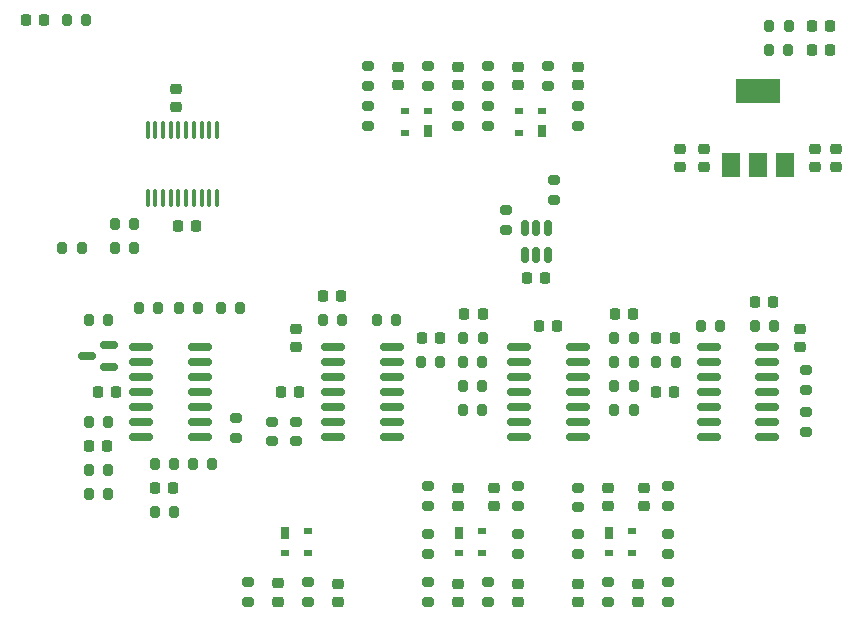
<source format=gbr>
%TF.GenerationSoftware,KiCad,Pcbnew,(6.99.0-4793-g33d76f63b0-dirty)*%
%TF.CreationDate,2022-12-11T21:20:13+01:00*%
%TF.ProjectId,resolver-to-sincos,7265736f-6c76-4657-922d-746f2d73696e,rev?*%
%TF.SameCoordinates,Original*%
%TF.FileFunction,Paste,Top*%
%TF.FilePolarity,Positive*%
%FSLAX46Y46*%
G04 Gerber Fmt 4.6, Leading zero omitted, Abs format (unit mm)*
G04 Created by KiCad (PCBNEW (6.99.0-4793-g33d76f63b0-dirty)) date 2022-12-11 21:20:13*
%MOMM*%
%LPD*%
G01*
G04 APERTURE LIST*
G04 Aperture macros list*
%AMRoundRect*
0 Rectangle with rounded corners*
0 $1 Rounding radius*
0 $2 $3 $4 $5 $6 $7 $8 $9 X,Y pos of 4 corners*
0 Add a 4 corners polygon primitive as box body*
4,1,4,$2,$3,$4,$5,$6,$7,$8,$9,$2,$3,0*
0 Add four circle primitives for the rounded corners*
1,1,$1+$1,$2,$3*
1,1,$1+$1,$4,$5*
1,1,$1+$1,$6,$7*
1,1,$1+$1,$8,$9*
0 Add four rect primitives between the rounded corners*
20,1,$1+$1,$2,$3,$4,$5,0*
20,1,$1+$1,$4,$5,$6,$7,0*
20,1,$1+$1,$6,$7,$8,$9,0*
20,1,$1+$1,$8,$9,$2,$3,0*%
G04 Aperture macros list end*
%ADD10RoundRect,0.200000X-0.275000X0.200000X-0.275000X-0.200000X0.275000X-0.200000X0.275000X0.200000X0*%
%ADD11RoundRect,0.200000X0.275000X-0.200000X0.275000X0.200000X-0.275000X0.200000X-0.275000X-0.200000X0*%
%ADD12RoundRect,0.150000X-0.150000X0.512500X-0.150000X-0.512500X0.150000X-0.512500X0.150000X0.512500X0*%
%ADD13RoundRect,0.225000X0.225000X0.250000X-0.225000X0.250000X-0.225000X-0.250000X0.225000X-0.250000X0*%
%ADD14RoundRect,0.200000X-0.200000X-0.275000X0.200000X-0.275000X0.200000X0.275000X-0.200000X0.275000X0*%
%ADD15RoundRect,0.200000X0.200000X0.275000X-0.200000X0.275000X-0.200000X-0.275000X0.200000X-0.275000X0*%
%ADD16RoundRect,0.218750X-0.218750X-0.256250X0.218750X-0.256250X0.218750X0.256250X-0.218750X0.256250X0*%
%ADD17R,1.500000X2.000000*%
%ADD18R,3.800000X2.000000*%
%ADD19RoundRect,0.100000X0.100000X-0.637500X0.100000X0.637500X-0.100000X0.637500X-0.100000X-0.637500X0*%
%ADD20RoundRect,0.218750X0.218750X0.256250X-0.218750X0.256250X-0.218750X-0.256250X0.218750X-0.256250X0*%
%ADD21RoundRect,0.225000X0.250000X-0.225000X0.250000X0.225000X-0.250000X0.225000X-0.250000X-0.225000X0*%
%ADD22RoundRect,0.225000X-0.225000X-0.250000X0.225000X-0.250000X0.225000X0.250000X-0.225000X0.250000X0*%
%ADD23RoundRect,0.150000X-0.825000X-0.150000X0.825000X-0.150000X0.825000X0.150000X-0.825000X0.150000X0*%
%ADD24RoundRect,0.150000X0.587500X0.150000X-0.587500X0.150000X-0.587500X-0.150000X0.587500X-0.150000X0*%
%ADD25R,0.700000X1.000000*%
%ADD26R,0.700000X0.600000*%
%ADD27RoundRect,0.225000X-0.250000X0.225000X-0.250000X-0.225000X0.250000X-0.225000X0.250000X0.225000X0*%
G04 APERTURE END LIST*
D10*
%TO.C,R65*%
X147828000Y-124334000D03*
X147828000Y-125984000D03*
%TD*%
D11*
%TO.C,R64*%
X143764000Y-128524000D03*
X143764000Y-126874000D03*
%TD*%
D12*
%TO.C,U6*%
X147254000Y-128402500D03*
X146304000Y-128402500D03*
X145354000Y-128402500D03*
X145354000Y-130677500D03*
X146304000Y-130677500D03*
X147254000Y-130677500D03*
%TD*%
D13*
%TO.C,C35*%
X147079000Y-132588000D03*
X145529000Y-132588000D03*
%TD*%
D14*
%TO.C,R63*%
X112650000Y-135128000D03*
X114300000Y-135128000D03*
%TD*%
%TO.C,R62*%
X116015000Y-135128000D03*
X117665000Y-135128000D03*
%TD*%
%TO.C,R61*%
X119571000Y-135128000D03*
X121221000Y-135128000D03*
%TD*%
D15*
%TO.C,R60*%
X108204000Y-110744000D03*
X106554000Y-110744000D03*
%TD*%
D16*
%TO.C,D9*%
X103073000Y-110744000D03*
X104648000Y-110744000D03*
%TD*%
D14*
%TO.C,R59*%
X108395000Y-150876000D03*
X110045000Y-150876000D03*
%TD*%
D15*
%TO.C,R58*%
X107822000Y-130048000D03*
X106172000Y-130048000D03*
%TD*%
D14*
%TO.C,R57*%
X110618000Y-130048000D03*
X112268000Y-130048000D03*
%TD*%
%TO.C,R56*%
X110618000Y-128016000D03*
X112268000Y-128016000D03*
%TD*%
D17*
%TO.C,U8*%
X162799999Y-123037999D03*
D18*
X165099999Y-116737999D03*
D17*
X165099999Y-123037999D03*
X167399999Y-123037999D03*
%TD*%
D19*
%TO.C,U7*%
X113407000Y-125798500D03*
X114057000Y-125798500D03*
X114707000Y-125798500D03*
X115357000Y-125798500D03*
X116007000Y-125798500D03*
X116657000Y-125798500D03*
X117307000Y-125798500D03*
X117957000Y-125798500D03*
X118607000Y-125798500D03*
X119257000Y-125798500D03*
X119257000Y-120073500D03*
X118607000Y-120073500D03*
X117957000Y-120073500D03*
X117307000Y-120073500D03*
X116657000Y-120073500D03*
X116007000Y-120073500D03*
X115357000Y-120073500D03*
X114707000Y-120073500D03*
X114057000Y-120073500D03*
X113407000Y-120073500D03*
%TD*%
D14*
%TO.C,R55*%
X165990000Y-113284000D03*
X167640000Y-113284000D03*
%TD*%
D20*
%TO.C,D8*%
X171196000Y-113284000D03*
X169621000Y-113284000D03*
%TD*%
D21*
%TO.C,C34*%
X158496000Y-123203000D03*
X158496000Y-121653000D03*
%TD*%
%TO.C,C33*%
X160528000Y-123203000D03*
X160528000Y-121653000D03*
%TD*%
%TO.C,C32*%
X171704000Y-123203000D03*
X171704000Y-121653000D03*
%TD*%
%TO.C,C31*%
X169939000Y-123203000D03*
X169939000Y-121653000D03*
%TD*%
D13*
%TO.C,C30*%
X117488000Y-128156000D03*
X115938000Y-128156000D03*
%TD*%
D21*
%TO.C,C29*%
X115824000Y-118123000D03*
X115824000Y-116573000D03*
%TD*%
D22*
%TO.C,C11*%
X156464000Y-137668000D03*
X158014000Y-137668000D03*
%TD*%
D23*
%TO.C,U5*%
X112841000Y-138430000D03*
X112841000Y-139700000D03*
X112841000Y-140970000D03*
X112841000Y-142240000D03*
X112841000Y-143510000D03*
X112841000Y-144780000D03*
X112841000Y-146050000D03*
X117791000Y-146050000D03*
X117791000Y-144780000D03*
X117791000Y-143510000D03*
X117791000Y-142240000D03*
X117791000Y-140970000D03*
X117791000Y-139700000D03*
X117791000Y-138430000D03*
%TD*%
%TO.C,U4*%
X129097000Y-138430000D03*
X129097000Y-139700000D03*
X129097000Y-140970000D03*
X129097000Y-142240000D03*
X129097000Y-143510000D03*
X129097000Y-144780000D03*
X129097000Y-146050000D03*
X134047000Y-146050000D03*
X134047000Y-144780000D03*
X134047000Y-143510000D03*
X134047000Y-142240000D03*
X134047000Y-140970000D03*
X134047000Y-139700000D03*
X134047000Y-138430000D03*
%TD*%
%TO.C,U2*%
X160910000Y-138430000D03*
X160910000Y-139700000D03*
X160910000Y-140970000D03*
X160910000Y-142240000D03*
X160910000Y-143510000D03*
X160910000Y-144780000D03*
X160910000Y-146050000D03*
X165860000Y-146050000D03*
X165860000Y-144780000D03*
X165860000Y-143510000D03*
X165860000Y-142240000D03*
X165860000Y-140970000D03*
X165860000Y-139700000D03*
X165860000Y-138430000D03*
%TD*%
%TO.C,U3*%
X144845000Y-138430000D03*
X144845000Y-139700000D03*
X144845000Y-140970000D03*
X144845000Y-142240000D03*
X144845000Y-143510000D03*
X144845000Y-144780000D03*
X144845000Y-146050000D03*
X149795000Y-146050000D03*
X149795000Y-144780000D03*
X149795000Y-143510000D03*
X149795000Y-142240000D03*
X149795000Y-140970000D03*
X149795000Y-139700000D03*
X149795000Y-138430000D03*
%TD*%
D24*
%TO.C,U1*%
X110157500Y-140142000D03*
X110157500Y-138242000D03*
X108282500Y-139192000D03*
%TD*%
D14*
%TO.C,R54*%
X108395000Y-148844000D03*
X110045000Y-148844000D03*
%TD*%
%TO.C,R53*%
X113983000Y-148306000D03*
X115633000Y-148306000D03*
%TD*%
%TO.C,R52*%
X117222000Y-148336000D03*
X118872000Y-148336000D03*
%TD*%
D15*
%TO.C,R51*%
X115633000Y-152400000D03*
X113983000Y-152400000D03*
%TD*%
D14*
%TO.C,R50*%
X108395000Y-144780000D03*
X110045000Y-144780000D03*
%TD*%
D10*
%TO.C,R49*%
X120904000Y-144463000D03*
X120904000Y-146113000D03*
%TD*%
%TO.C,R48*%
X125984000Y-144780000D03*
X125984000Y-146430000D03*
%TD*%
%TO.C,R47*%
X123952000Y-144780000D03*
X123952000Y-146430000D03*
%TD*%
D15*
%TO.C,R46*%
X128207000Y-136144000D03*
X129857000Y-136144000D03*
%TD*%
%TO.C,R45*%
X134429000Y-136144000D03*
X132779000Y-136144000D03*
%TD*%
%TO.C,R44*%
X138176000Y-139700000D03*
X136526000Y-139700000D03*
%TD*%
D14*
%TO.C,R43*%
X140108000Y-137668000D03*
X141758000Y-137668000D03*
%TD*%
D15*
%TO.C,R42*%
X141732000Y-141732000D03*
X140082000Y-141732000D03*
%TD*%
%TO.C,R41*%
X141732000Y-139700000D03*
X140082000Y-139700000D03*
%TD*%
D14*
%TO.C,R40*%
X140082000Y-143764000D03*
X141732000Y-143764000D03*
%TD*%
D11*
%TO.C,R39*%
X144780000Y-151892000D03*
X144780000Y-150242000D03*
%TD*%
D10*
%TO.C,R38*%
X137160000Y-150242000D03*
X137160000Y-151892000D03*
%TD*%
D11*
%TO.C,R37*%
X137160000Y-155956000D03*
X137160000Y-154306000D03*
%TD*%
%TO.C,R36*%
X144780000Y-155956000D03*
X144780000Y-154306000D03*
%TD*%
D10*
%TO.C,R35*%
X169164000Y-143955000D03*
X169164000Y-145605000D03*
%TD*%
%TO.C,R34*%
X169164000Y-140399000D03*
X169164000Y-142049000D03*
%TD*%
D14*
%TO.C,R33*%
X164783000Y-136652000D03*
X166433000Y-136652000D03*
%TD*%
%TO.C,R32*%
X160211000Y-136652000D03*
X161861000Y-136652000D03*
%TD*%
D15*
%TO.C,R31*%
X154558000Y-143764000D03*
X152908000Y-143764000D03*
%TD*%
D14*
%TO.C,R30*%
X156464000Y-139700000D03*
X158114000Y-139700000D03*
%TD*%
D15*
%TO.C,R29*%
X154558000Y-137668000D03*
X152908000Y-137668000D03*
%TD*%
D14*
%TO.C,R28*%
X152908000Y-141732000D03*
X154558000Y-141732000D03*
%TD*%
%TO.C,R27*%
X152908000Y-139700000D03*
X154558000Y-139700000D03*
%TD*%
D10*
%TO.C,R26*%
X149860000Y-150368000D03*
X149860000Y-152018000D03*
%TD*%
D11*
%TO.C,R25*%
X157480000Y-151892000D03*
X157480000Y-150242000D03*
%TD*%
%TO.C,R24*%
X157480000Y-155956000D03*
X157480000Y-154306000D03*
%TD*%
%TO.C,R23*%
X149860000Y-155956000D03*
X149860000Y-154306000D03*
%TD*%
%TO.C,R22*%
X132080000Y-119697000D03*
X132080000Y-118047000D03*
%TD*%
%TO.C,R21*%
X139700000Y-119697000D03*
X139700000Y-118047000D03*
%TD*%
%TO.C,R20*%
X142240000Y-119697000D03*
X142240000Y-118047000D03*
%TD*%
%TO.C,R19*%
X149860000Y-119697000D03*
X149860000Y-118047000D03*
%TD*%
%TO.C,R18*%
X132080000Y-116332000D03*
X132080000Y-114682000D03*
%TD*%
%TO.C,R17*%
X137160000Y-116332000D03*
X137160000Y-114682000D03*
%TD*%
%TO.C,R16*%
X142240000Y-116332000D03*
X142240000Y-114682000D03*
%TD*%
%TO.C,R15*%
X147320000Y-116332000D03*
X147320000Y-114682000D03*
%TD*%
D14*
%TO.C,R14*%
X166027500Y-111252000D03*
X167677500Y-111252000D03*
%TD*%
D11*
%TO.C,R7*%
X127000000Y-160020000D03*
X127000000Y-158370000D03*
%TD*%
%TO.C,R6*%
X121920000Y-160020000D03*
X121920000Y-158370000D03*
%TD*%
%TO.C,R5*%
X157480000Y-160020000D03*
X157480000Y-158370000D03*
%TD*%
%TO.C,R4*%
X152400000Y-160020000D03*
X152400000Y-158370000D03*
%TD*%
%TO.C,R3*%
X142240000Y-160020000D03*
X142240000Y-158370000D03*
%TD*%
%TO.C,R2*%
X137160000Y-160020000D03*
X137160000Y-158370000D03*
%TD*%
D14*
%TO.C,R1*%
X108395000Y-136144000D03*
X110045000Y-136144000D03*
%TD*%
D20*
%TO.C,D7*%
X169621000Y-111252000D03*
X171196000Y-111252000D03*
%TD*%
D25*
%TO.C,D5*%
X146795999Y-120129999D03*
D26*
X146795999Y-118429999D03*
X144795999Y-118429999D03*
X144795999Y-120329999D03*
%TD*%
D25*
%TO.C,D4*%
X137143999Y-120129999D03*
D26*
X137143999Y-118429999D03*
X135143999Y-118429999D03*
X135143999Y-120329999D03*
%TD*%
D25*
%TO.C,D3*%
X152415999Y-154189999D03*
D26*
X152415999Y-155889999D03*
X154415999Y-155889999D03*
X154415999Y-153989999D03*
%TD*%
D25*
%TO.C,D2*%
X139715999Y-154189999D03*
D26*
X139715999Y-155889999D03*
X141715999Y-155889999D03*
X141715999Y-153989999D03*
%TD*%
D25*
%TO.C,D1*%
X124983999Y-154189999D03*
D26*
X124983999Y-155889999D03*
X126983999Y-155889999D03*
X126983999Y-153989999D03*
%TD*%
D22*
%TO.C,C28*%
X114033000Y-150368000D03*
X115583000Y-150368000D03*
%TD*%
%TO.C,C27*%
X108445000Y-146812000D03*
X109995000Y-146812000D03*
%TD*%
D13*
%TO.C,C26*%
X110744000Y-142240000D03*
X109194000Y-142240000D03*
%TD*%
%TO.C,C25*%
X126251000Y-142240000D03*
X124701000Y-142240000D03*
%TD*%
%TO.C,C24*%
X157988000Y-142240000D03*
X156438000Y-142240000D03*
%TD*%
%TO.C,C23*%
X148095000Y-136652000D03*
X146545000Y-136652000D03*
%TD*%
%TO.C,C22*%
X129807000Y-134112000D03*
X128257000Y-134112000D03*
%TD*%
D21*
%TO.C,C21*%
X125984000Y-138443000D03*
X125984000Y-136893000D03*
%TD*%
D22*
%TO.C,C20*%
X140208000Y-135636000D03*
X141758000Y-135636000D03*
%TD*%
D13*
%TO.C,C19*%
X138176000Y-137668000D03*
X136626000Y-137668000D03*
%TD*%
D21*
%TO.C,C18*%
X139700000Y-151892000D03*
X139700000Y-150342000D03*
%TD*%
%TO.C,C17*%
X142748000Y-151892000D03*
X142748000Y-150342000D03*
%TD*%
%TO.C,C16*%
X168656000Y-138443000D03*
X168656000Y-136893000D03*
%TD*%
D22*
%TO.C,C15*%
X164833000Y-134620000D03*
X166383000Y-134620000D03*
%TD*%
D21*
%TO.C,C14*%
X152400000Y-151892000D03*
X152400000Y-150342000D03*
%TD*%
%TO.C,C13*%
X155448000Y-151892000D03*
X155448000Y-150342000D03*
%TD*%
D13*
%TO.C,C12*%
X154508000Y-135636000D03*
X152958000Y-135636000D03*
%TD*%
D21*
%TO.C,C10*%
X134620000Y-116282000D03*
X134620000Y-114732000D03*
%TD*%
%TO.C,C9*%
X139700000Y-116282000D03*
X139700000Y-114732000D03*
%TD*%
%TO.C,C8*%
X144780000Y-116282000D03*
X144780000Y-114732000D03*
%TD*%
%TO.C,C7*%
X149860000Y-116282000D03*
X149860000Y-114732000D03*
%TD*%
D27*
%TO.C,C6*%
X154940000Y-158470000D03*
X154940000Y-160020000D03*
%TD*%
%TO.C,C5*%
X149860000Y-158470000D03*
X149860000Y-160020000D03*
%TD*%
%TO.C,C4*%
X144780000Y-158470000D03*
X144780000Y-160020000D03*
%TD*%
%TO.C,C3*%
X139700000Y-158470000D03*
X139700000Y-160020000D03*
%TD*%
%TO.C,C2*%
X129540000Y-158470000D03*
X129540000Y-160020000D03*
%TD*%
%TO.C,C1*%
X124460000Y-158450000D03*
X124460000Y-160000000D03*
%TD*%
M02*

</source>
